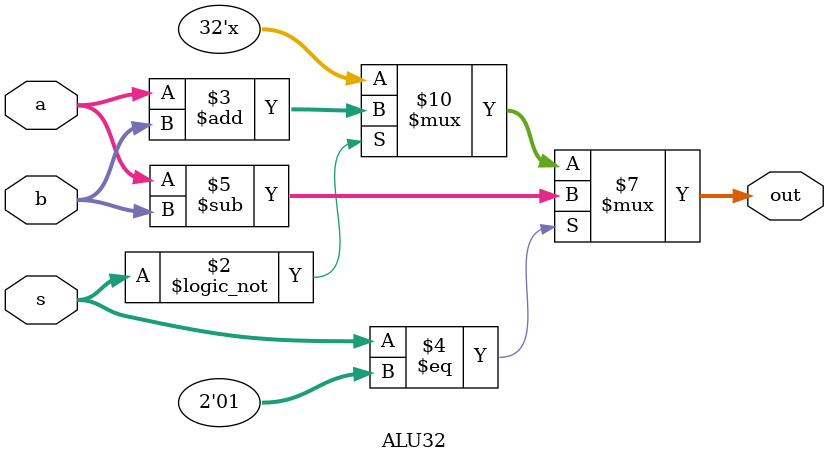
<source format=v>


module TOP(clk,rst);
	input clk;
	input rst;
	wire squash = 0;
	wire stall = 0;
	
	defparam pc.N = 32;
	defparam feIdLatch.N = 64; //PC + isn
	defparam idExLatch.N = 32+13+3+32*3+32; //PC + cntl + Z + Rxyz + imm
	defparam exMemLatch.N = 13+3+32+32;
	defparam memWbLatch.N = 13+32+32+3;
	//fetch unit
	wire [31:0] pcAddressOut,addressIn,address_Mem,data_Out_Mem,pc_FE_Out,isn_FE_Out;
	wire [31:0] pc_Out_ID,Rz_Out_ID,Ry_Out_ID,Rx_Out_ID,imm32_Out_ID;
	RegisterN pc(addressIn,clk,rst,pcAddressOut);
	ALU32 nextPCIncrementor(pcAddressOut, 4, 0, addressIn);
	
	LatchN feIdLatch({pcAddressOut,data_Out_Mem},{pc_FE_Out,isn_FE_Out} ,clk,stall,squash);
	
	wire [12:0] cntrl_Out_ID,cntrl_In_EX,cntrl_Out_EX,cntrl_Out_MEM,cntrl_In_MEM,cntrl_In_WB;
	wire [2:0] Z_Out_ID,Z_In_EX,Z_Out_EX,Z_In_MEM,Z_Out_MEM,Z_In_WB,Z_Out_WB;
	wire [31:0] pc_In_EX,Rz_In_EX,Ry_In_EX,Rx_In_EX,imm32_In_EX,Rz_Out_EX,alu_Out_EX,Rz_In_MEM,alu_In_MEM;
	wire [31:0] JmpAddr,StData,alu_Out_MEM,alu_In_WB,Mem_Result_In_WB,Mem_Result,data_Out_WB;
	wire regWE;
	IDStage id(pc_FE_Out,isn_FE_Out[31],isn_FE_Out[30:28],isn_FE_Out[27:22],isn_FE_Out[21:19],isn_FE_Out[18:16],isn_FE_Out[2:0],isn_FE_Out[15:0],isn_FE_Out[21:0],regWE,Z_Out_WB,data_Out_WB,pc_Out_ID,cntrl_Out_ID,Z_Out_ID,Rz_Out_ID,Ry_Out_ID,Rx_Out_ID,imm32_Out_ID);
	//           pc          p              preg                op               z                  y	              x                 imm16              imm22
	
	LatchN idExLatch({pc_Out_ID,cntrl_Out_ID,Z_Out_ID,Rz_Out_ID,Ry_Out_ID,Rx_Out_ID,imm32_Out_ID},{pc_In_EX,cntrl_In_EX,Z_In_EX,Rz_In_EX,Ry_In_EX,Rx_In_EX,imm32_In_EX},clk,stall,squash);
	
	EXStage exStage(pc_In_EX,cntrl_In_EX,Z_In_EX,Rz_In_EX,Ry_In_EX,Rx_In_EX,imm32_In_EX,cntrl_Out_EX,Z_Out_EX,Rz_Out_EX,alu_Out_EX);
	
	LatchN exMemLatch({cntrl_Out_EX,Z_Out_EX,Rz_Out_EX,alu_Out_EX},{cntrl_In_MEM,Z_In_MEM,Rz_In_MEM,alu_In_MEM},clk,stall,squash);
	
	MEMStage memStage(cntrl_In_MEM,Z_In_MEM,Rz_In_MEM,alu_In_MEM,JmpAddr,StData,Z_Out_MEM,alu_Out_MEM,NextPCOrJmp,MemOp,MemWrite,IsnOrMem,Stall,cntrl_Out_MEM);
	
	LatchN memWbLatch({cntrl_Out_MEM,alu_Out_MEM,Mem_Result,Z_Out_MEM},{cntrl_In_WB,alu_In_WB,Mem_Result_In_WB,Z_In_WB},clk,stall,squash);
	
	WBStage wbStage(cntrl_In_WB,alu_In_WB,Mem_Result_In_WB,Z_In_WB,data_Out_WB,Z_Out_WB,regWE);
	
	//memory
	TwoToOneMux32 IsnOrMemSelector(pcAddressOut,0,0,address_Mem);
	Memory4KB memory(rst,0,address_Mem,0,data_Out_Mem);
	OneToTwoMux32 isnMemDemux(data_Out_Mem,inst_Mem,Mem_Result,IsnOrMem);
	
	
	
	
	/*wire [31:0] pcOut, pcAdderOut,addressIn;
	
	
	Register32B pc(addressIn,clk,rst,pcOut);
	ALU32 pcAdder(pcOut,4,0,pcAdderOut);
	
	TwoToOneMux32 pcOrJmpMux(pcAdderOut,JmpAddr_Out_MEM,NextPCOrJmp_Out_MEM,addressIn);
	
	wire [31:0]instOut_feId;
	FeIdLatch feIdLatch(pcOut,inst_Mem,pcOut_feId,instOut_feId,clk,stall,squash);
	
	
	
	IDStage idStage(pcOut_feId,instOut_feId[30:28],instOut_feId[27:22],instOut_feId[21:19],instOut_feId[18:16],instOut_feId[2:0],instOut_feId[15:0],instOut_feId[21:0],regWrite,Z_Out,data_Out,pc_Out_ID,cntrl_Out_ID,Z_Out_ID,Rz_Out_ID,Ry_Out_ID,Rx_Out_ID,imm32_Out_ID);
	//                               preg                     op               z                     y	             x                 imm16              imm22
	  
	IdExLatch idExLatch(pc_Out_ID,cntrl_Out_ID,Z_Out_ID,Rz_ID,Ry_ID,Rx_ID,imm32_ID,pc_In_EX,cntrl_In_EX,Z_In_EX,Rz_In_EX,Ry_In_EX,Rx_In_EX,imm32_In_EX,clk,stall,squash);
	
	EXStage exStage(pc_In_EX,cntrl_In_EX,Z_In_EX,Rz_In_EX,Ry_In_EX,Rx_In_EX,imm32_In_EX,alu_Out_EX,Rz_Out_EX,Z_Out_EX,cntrl_Out_EX);
	
	ExMemLatch exMemLatch(alu_Out_EX,Rz_Out_EX,Z_Out_EX,cntrl_Out_EX,alu_In_MEM,Rz_In_MEM,Z_In_MEM,cntrl_In_MEM,clk,stall,squash);
	
	MEMStage memStage(alu_In_MEM,Rz_In_MEM,Z_In_MEM,cntrl_In_MEM,JmpAddr_Out_MEM,StData_Out_MEM,Z_Out_MEM,alu_Out_MEM,NextPCOrJmp_Out_MEM,MemOp_Out_MEM,MemWrite_Out_MEM,IsnOrMem_Out_MEM,Stall_Out_MEM,cntrl_Out_MEM);

	MemWbLatch memWbLatch(cntrl_Out_MEM,alu_Out_MEM,Mem_Result,Z_Out_MEM,cntrl_In_WB,alu_In_WB,mem_In_WB,Z_In_WB,clk,stall,squash);
	
	 WBStage wbStage(cntrl_In_WB,alu_In_WB,mem_In_WB,Z_In_WB,data_Out,Z_Out,regWrite);
	
	//memory
	TwoToOneMux32 IsnOrMemSelector(pcOut,alu_Out_MEM,MemOp_Out_MEM,address_Mem);
	Memory4KB memory(clk,MemWrite_Out_MEM,address_Mem,StData_Out_MEM,data_Out_Mem);
	OneToTwoMux32 isnMemDemux(data_Out_Mem,inst_Mem,Mem_Result,IsnOrMem_Out_MEM);
	*/
endmodule

module WBStage(cntrl,alu,mem,Z,data_Out,Z_Out,regWrite);
	input [31:0] alu,mem;
	input [2:0] Z;
	input [12:0] cntrl;
	
	output [2:0] Z_Out;
	output [31:0] data_Out;
	output regWrite;
	
	TwoToOneMux32 ALUOrMemSelector(alu,mem,cntrl[1],data_Out);
	assign Z_Out = Z;
	assign regWrite = cntrl[0];
endmodule


module MEMStage(cntrl,Z,Rz,alu,JmpAddr,StData,Z_Out,alu_Out,NextPCOrJmp,MemOp,MemWrite,IsnOrMem,Stall,cntrl_Out);
  input [31:0] alu,Rz;
	input [2:0] Z;
	input [12:0] cntrl;
	
	output [31:0] JmpAddr,StData,alu_Out;
	output [2:0] Z_Out;
	output [12:0] cntrl_Out;
	output NextPCOrJmp,MemOp,MemWrite,IsnOrMem,Stall;
	
	wire [31:0] JmpData;
	OneToTwoMux32 jumpOrSt(Rz,JmpData,StData,cntrl[2]);
	TwoToOneMux32 jmprOrJmpi(JmpData,alu_Out,cntrl[3],JmpAddr);
	
	assign Z_Out = Z;
	assign alu_Out = alu;
	assign NextPCOrJmp = cntrl[8];
	assign MemOp = cntrl[6];
	assign MemWrite = cntrl[5];
	assign IsnOrMem = cntrl[4];
	assign Stall =  cntrl[7];
	assign cntrl_Out = cntrl;
endmodule

module EXStage(pc,cntrl,Z,Rz,Ry,Rx,imm32,cntrl_Out,Z_Out,Rz_Out,alu_Out);
  input [31:0] pc,Rz,Ry,Rx,imm32;
	input [2:0] Z;
	input [12:0] cntrl;
	
	output [12:0] cntrl_Out;
	output [2:0] Z_Out;
	output [31:0] Rz_Out;
	output [31:0] alu_Out;
	wire [31:0] topMux,botMux;
	
	
	TwoToOneMux32 pcOrRy(pc,Ry,cntrl[11],topMux);
	TwoToOneMux32 RxOrImm(Rx,imm32,cntrl[10],botMux);
	ALU32 mainALU(topMux, botMux, {2{cntrl[9]}}, alu_Out);
	
  assign Rz_Out = Rz;
	assign Z_Out = Z;
	assign cntrl_Out = cntrl;
	
endmodule

module IDStage (pc,p,preg,op,z,y,x,imm16,imm22,regWE,RzWE,data,pc_Out,cntrl_Out,Z_Out,Rz_Out,Ry_Out,Rx_Out,imm32_Out);
  input [31:0] pc;
  input p;
  input [2:0] preg;
  input [5:0] op;
	input [2:0] x,y,z;
	input [15:0] imm16;
	input [21:0] imm22;
	
	input regWE;
	input [2:0] RzWE;
	input [31:0] data;
	
	output [31:0] pc_Out,Rz_Out,Ry_Out,Rx_Out,imm32_Out;
	output [2:0] Z_Out;
	output [12:0] cntrl_Out;

  OpControl opcntrl(op,cntrl_Out);
  
  RegFile registerFile(regWE,RzWE,data,z,y,x,Rz_Out,Ry_Out,Rx_Out);

  wire [31:0] imm16Sexted,imm22Sexted;
  
  //TODO add support for predication -- not implemented because no relevant instructions in ISA.
  
  Sext16to32 sext16(imm16,imm16Sexted);
	Sext22to32 sext22(imm22,imm22Sexted);
	TwoToOneMux32 immMux(imm16Sexted,imm22Sexted,cntrl_Out[12],imm32_Out);

  assign pc_Out = pc;
	assign Z_Out = z;
endmodule
/*module IDStage(pc,preg,op,z,y,x,imm16,imm22,regWE,RzWE,data,pc_Out,cntrl_Out,Z_Out,Rz_Out,Ry_Out,Rx_Out,imm32_Out);
	input [31:0] pc;
	input [2:0] preg;
	input [5:0] op;
	input [2:0] x,y,z;
	input [15:0] imm16;
	input [21:0] imm22;
	
	input regWE;
	input [2:0] RzWE;
	input [31:0] data;
	
	
	output [31:0] pc_Out,Rz_Out,Ry_Out,Rx_Out,imm32_Out;
	output [2:0] Z_Out;
	output [12:0] cntrl_Out;
	
	OpControl opcntrl(op,cntrl_Out);
	
	
	regFile registerFile(clk,regWE,RzWE,data,z,y,x,Rz_Out,Ry_Out,Rx_Out);
	
	Sext16to32 sext16(imm16,imm16Sexted);
	Sext22to32 sext22(imm22,imm22Sexted);
	TwoToOneMux32 immMux(imm16Sexted,imm22Sexted,cntrl_Out[12],imm32_Out);
	
	
	
	assign pc_Out = pc;
	assign Z_Out = z;
endmodule

module EXStage(pc,cntrl,Z,Rz,Ry,Rx,imm32,alu_Out,Rz_Out,Z_Out,cntrl_Out);
	input [31:0] pc,Rz,Ry,Rx,imm32;
	input [2:0] Z;
	input [12:0] cntrl;
	
	output [31:0] alu_Out,Rz_Out;
	output [2:0] Z_Out;
	output [12:0] cntrl_Out;
	
	TwoToOneMux32 pcOrRy(pc,Ry,cntrl[11],topMux);
	TwoToOneMux32 RxOrImm(Rx,imm,cntrl[10],botMux);
	ALU32 mainALU(topMux, botMux, cntrl[10], alu_Out);
	
   assign Rz_Out = Rz;
	assign Z_Out = Z;
	assign cntrl_Out = cntrl;
	
	
endmodule

module MEMStage(alu,Rz,Z,cntrl,JmpAddr,StData,Z_Out,alu_Out,NextPCOrJmp,MemOp,MemWrite,IsnOrMem,Stall,cntrl_Out);
	input [31:0] alu,Rz;
	input [2:0] Z;
	input [12:0] cntrl;
	
	output [31:0] JmpAddr,StData,alu_Out;
	output [2:0] Z_Out;
	output [12:0] cntrl_Out;
	output NextPCOrJmp,MemOp,MemWrite,IsnOrMem,Stall;
	
	OneToTwoMux32 jmprOrStAddrSelector(Rz,JmprAddr,StData,cntrl[2]);
	TwoToOneMux32 JmprOrJmpiSelector(JmprAddr,alu,cntrl[3],JmpAddr);
	
	
	assign NextPCOrJmp = cntrl[8];
	assign MemOp = cntrl[6];   
	assign MemWrite =	cntrl[5];
	assign IsnOrMem = cntrl[4];
	assign Stall = cntrl[7];
	assign Z_Out = Z;
	assign alu_Out = alu;
	assign cntrl_Out = cntrl;
	
endmodule*/



module OpControl(op,cntrl_Out);
	input [5:0] op;
	
	reg [12:0] cntrl;
	output [12:0] cntrl_Out;
	
	always @(*)
	begin
		if(op  == 6'h14) // addi
		begin //0110000000001
		cntrl[12] <= 0;  //16or22imm
		cntrl[11] <= 1;  //PC/Ry
		cntrl[10] <= 1;  //Rx/Imm
		cntrl[9] <= 0;   //ALUOp (there's only 2 possible right now...? A+B, A-B ?)
		cntrl[8] <= 0;	  //NextPC/Jmp
		cntrl[7] <= 0;   //Stall
		cntrl[6] <= 0;   //MemOp
		cntrl[5] <= 0;   //MemWrite
		cntrl[4] <= 0;   //IsnOrMem
		cntrl[3] <= 0;   //Jmpr/Jmpi
		cntrl[2] <= 0;   //Jmpr/St
		cntrl[1] <= 0;   //Alu/Mem
		cntrl[0] <= 1;   //RegWrite
		end
		else if (op == 6'h0a) //add
		begin //0100000000001
		cntrl[12] <= 0;  //16or22imm
		cntrl[11] <= 1;  //PC/Ry
		cntrl[10] <= 0;  //Rx/Imm
		cntrl[9] <= 0;   //ALUOp
		cntrl[8] <= 0;	  //NextPC/Jmp
		cntrl[7] <= 0;   //Stall
		cntrl[6] <= 0;   //MemOp
		cntrl[5] <= 0;   //MemWrite
		cntrl[4] <= 0;   //IsnOrMem
		cntrl[3] <= 0;   //Jmpr/Jmpi
		cntrl[2] <= 0;   //Jmpr/St
		cntrl[1] <= 0;   //Alu/Mem
		cntrl[0] <= 1;   //RegWrite
		end
		else if (op == 2) //subi
		begin //0111000000001
		cntrl[12] <= 0;  //16or22imm
		cntrl[11] <= 1;  //PC/Ry
		cntrl[10] <= 1;  //Rx/Imm
		cntrl[9] <= 1;   //ALUOp
		cntrl[8] <= 0;	  //NextPC/Jmp
		cntrl[7] <= 0;   //Stall
		cntrl[6] <= 0;   //MemOp
		cntrl[5] <= 0;   //MemWrite
		cntrl[4] <= 0;   //IsnOrMem
		cntrl[3] <= 0;   //Jmpr/Jmpi
		cntrl[2] <= 0;   //Jmpr/St
		cntrl[1] <= 0;   //Alu/Mem
		cntrl[0] <= 1;   //RegWrite
		end
		else if (op == 6'h0b) //sub
		begin //0101000000001
		cntrl[12] <= 0;  //16or22imm
		cntrl[11] <= 1;  //PC/Ry
		cntrl[10] <= 0;  //Rx/Imm
		cntrl[9] <= 1;   //ALUOp
		cntrl[8] <= 0;	  //NextPC/Jmp
		cntrl[7] <= 0;   //Stall
		cntrl[6] <= 0;   //MemOp
		cntrl[5] <= 0;   //MemWrite
		cntrl[4] <= 0;   //IsnOrMem
		cntrl[3] <= 0;   //Jmpr/Jmpi
		cntrl[2] <= 0;   //Jmpr/St
		cntrl[1] <= 0;   //Alu/Mem
		cntrl[0] <= 1;   //RegWrite
		end
		else if (op == 4) //jmpi
		begin //1010100001000
		cntrl[12] <= 1;  //16or22imm
		cntrl[11] <= 0;  //PC/Ry
		cntrl[10] <= 1;  //Rx/Imm
		cntrl[9] <= 0;   //ALUOp
		cntrl[8] <= 1;	  //NextPC/Jmp
		cntrl[7] <= 0;   //Stall
		cntrl[6] <= 0;   //MemOp
		cntrl[5] <= 0;   //MemWrite
		cntrl[4] <= 0;   //IsnOrMem
		cntrl[3] <= 1;   //Jmpr/Jmpi
		cntrl[2] <= 0;   //Jmpr/St
		cntrl[1] <= 0;   //Alu/Mem
		cntrl[0] <= 0;   //RegWrite
		end
		else if (op == 5) //jmpr
		begin //0000100000000
		cntrl[12] <= 0;  //16or22imm
		cntrl[11] <= 0;  //PC/Ry
		cntrl[10] <= 0;  //Rx/Imm
		cntrl[9] <= 0;   //ALUOp
		cntrl[8] <= 1;	  //NextPC/Jmp
		cntrl[7] <= 0;   //Stall
		cntrl[6] <= 0;   //MemOp
		cntrl[5] <= 0;   //MemWrite
		cntrl[4] <= 0;   //IsnOrMem
		cntrl[3] <= 0;   //Jmpr/Jmpi
		cntrl[2] <= 0;   //Jmpr/St
		cntrl[1] <= 0;   //Alu/Mem
		cntrl[0] <= 0;   //RegWrite
		end
		else if (op == 6) //St
		begin //0110011110110
		cntrl[12] <= 0;  //16or22imm
		cntrl[11] <= 1;  //PC/Ry
		cntrl[10] <= 1;  //Rx/Imm
		cntrl[9] <= 0;   //ALUOp
		cntrl[8] <= 0;	  //NextPC/Jmp
		cntrl[7] <= 1;   //Stall
		cntrl[6] <= 1;   //MemOp
		cntrl[5] <= 1;   //MemWrite
		cntrl[4] <= 1;   //IsnOrMem
		cntrl[3] <= 0;   //Jmpr/Jmpi
		cntrl[2] <= 1;   //Jmpr/St
		cntrl[1] <= 1;   //Alu/Mem
		cntrl[0] <= 0;   //RegWrite
		end
		else if (op == 7) //ld
		begin //0110011010011
		cntrl[12] <= 0;  //16or22imm
		cntrl[11] <= 1;  //PC/Ry
		cntrl[10] <= 1;  //Rx/Imm
		cntrl[9] <= 0;   //ALUOp
		cntrl[8] <= 0;	  //NextPC/Jmp
		cntrl[7] <= 1;   //Stall
		cntrl[6] <= 1;   //MemOp
		cntrl[5] <= 0;   //MemWrite
		cntrl[4] <= 1;   //IsnOrMem
		cntrl[3] <= 0;   //Jmpr/Jmpi
		cntrl[2] <= 0;   //Jmpr/St
		cntrl[1] <= 1;   //Alu/Mem
		cntrl[0] <= 1;   //RegWrite
		end
		else // noop
		begin
		cntrl[12] <= 0;  //16or22imm
		cntrl[11] <= 0;  //PC/Ry
		cntrl[10] <= 0;  //Rx/Imm
		cntrl[9] <= 0;   //ALUOp (there's only 2 possible right now...? A+B, A-B ?)
		cntrl[8] <= 0;	  //NextPC/Jmp
		cntrl[7] <= 0;   //Stall
		cntrl[6] <= 0;   //MemOp
		cntrl[5] <= 0;   //MemWrite
		cntrl[4] <= 0;   //IsnOrMem
		cntrl[3] <= 0;   //Jmpr/Jmpi
		cntrl[2] <= 0;   //Jmpr/St
		cntrl[1] <= 0;   //Alu/Mem
		cntrl[0] <= 0;   //RegWrite
		end
	end
	assign cntrl_Out = cntrl;
	
endmodule

module HW2Thing(inA,inB,muxAOp,muxBOp,s,clk,O);
	input [15:0] inB;
	input [15:0] inA;
	input muxAOp,muxBOp;
	input [1:0] s;
	input clk;
	output [15:0] O;
	
	wire [15:0] aluOut;
	wire [15:0] aluinB;
	wire [15:0] aluinA;
	
	ALU alu(aluinA,aluinB,s,aluOut);
	
	wire [15:0] regOut;
	sixteenBitRegister register(aluOut,clk,regOut);

	sixteenBitTwoToOneMux muxA(inA,regOut,muxAOp,aluinA);
	sixteenBitTwoToOneMux muxB(inB,regOut,muxBOp,aluinB);
	
	assign O=aluOut;
endmodule

module ALU32 (a, b, s, out);
	input [31:0] a;
	input [31:0] b;
	input [1:0] s;
	output reg [31:0] out;
	
	always@(a or b or s) begin
		if(s == 2'b00) begin //add
			out = a+b;
		end
		if(s == 2'b01) begin
		  out = a-b;
		end
	end
	
endmodule


/*module ALU16 (a, b, s, out);
	input [15:0] a;
	input [15:0] b;
	input [1:0] s;
	output [15:0] out;
	
	wire Cout0,Cout1,Cout2,Cout3,Cout4,Cout5,Cout6,Cout7,Cout8,Cout9,Cout10,Cout11,Cout12,Cout13,Cout14,Cout15;
	singleBitALU alu0(a[0],b[0],1'b0,s,Cout0,out[0]);
	singleBitALU alu1(a[1],b[1],Cout0,s,Cout1,out[1]);
	singleBitALU alu2(a[2],b[2],Cout1,s,Cout2,out[2]);
	singleBitALU alu3(a[3],b[3],Cout2,s,Cout3,out[3]);
	singleBitALU alu4(a[4],b[4],Cout3,s,Cout4,out[4]);
	singleBitALU alu5(a[5],b[5],Cout4,s,Cout5,out[5]);
	singleBitALU alu6(a[6],b[6],Cout5,s,Cout6,out[6]);
	singleBitALU alu7(a[7],b[7],Cout6,s,Cout7,out[7]);
	singleBitALU alu8(a[8],b[8],Cout7,s,Cout8,out[8]);
	singleBitALU alu9(a[9],b[9],Cout8,s,Cout9,out[9]);
	singleBitALU alu10(a[10],b[10],Cout9,s,Cout10,out[10]);
	singleBitALU alu11(a[11],b[11],Cout10,s,Cout11,out[11]);
	singleBitALU alu12(a[12],b[12],Cout11,s,Cout12,out[12]);
	singleBitALU alu13(a[13],b[13],Cout12,s,Cout13,out[13]);
	singleBitALU alu14(a[14],b[14],Cout13,s,Cout14,out[14]);
	singleBitALU alu15(a[15],b[15],Cout14,s,Cout15,out[15]);
	
endmodule

module ALU32 (a, b, s, out);
	input [31:0] a;
	input [31:0] b;
	input [1:0] s;
	output [31:0] out;
	
	wire Cout0,Cout1,Cout2,Cout3,Cout4,Cout5,Cout6,Cout7,Cout8,Cout9,Cout10,Cout11,Cout12,Cout13,Cout14,Cout15;
	wire Cout16,Cout17,Cout18,Cout19,Cout20,Cout21,Cout22,Cout23,Cout24,Cout25,Cout26,Cout27,Cout28,Cout29,Cout30,Cout31;
	singleBitALU alu0(a[0],b[0],1'b0,s,Cout0,out[0]);
	singleBitALU alu1(a[1],b[1],Cout0,s,Cout1,out[1]);
	singleBitALU alu2(a[2],b[2],Cout1,s,Cout2,out[2]);
	singleBitALU alu3(a[3],b[3],Cout2,s,Cout3,out[3]);
	singleBitALU alu4(a[4],b[4],Cout3,s,Cout4,out[4]);
	singleBitALU alu5(a[5],b[5],Cout4,s,Cout5,out[5]);
	singleBitALU alu6(a[6],b[6],Cout5,s,Cout6,out[6]);
	singleBitALU alu7(a[7],b[7],Cout6,s,Cout7,out[7]);
	singleBitALU alu8(a[8],b[8],Cout7,s,Cout8,out[8]);
	singleBitALU alu9(a[9],b[9],Cout8,s,Cout9,out[9]);
	singleBitALU alu10(a[10],b[10],Cout9,s, Cout10,out[10]);
	singleBitALU alu11(a[11],b[11],Cout10,s,Cout11,out[11]);
	singleBitALU alu12(a[12],b[12],Cout11,s,Cout12,out[12]);
	singleBitALU alu13(a[13],b[13],Cout12,s,Cout13,out[13]);
	singleBitALU alu14(a[14],b[14],Cout13,s,Cout14,out[14]);
	singleBitALU alu15(a[15],b[15],Cout14,s,Cout15,out[15]);
	singleBitALU alu16(a[16],b[16],Cout15,s,Cout16,out[16]);
	singleBitALU alu17(a[17],b[17],Cout16,s,Cout17,out[17]);
	singleBitALU alu18(a[18],b[18],Cout17,s,Cout18,out[18]);
	singleBitALU alu19(a[19],b[19],Cout18,s,Cout19,out[19]);
	singleBitALU alu20(a[20],b[20],Cout19,s,Cout20,out[20]);
	singleBitALU alu21(a[21],b[21],Cout20,s,Cout21,out[21]);
	singleBitALU alu22(a[22],b[22],Cout21,s,Cout22,out[22]);
	singleBitALU alu23(a[23],b[23],Cout22,s,Cout23,out[23]);
	singleBitALU alu24(a[24],b[24],Cout23,s,Cout24,out[24]);
	singleBitALU alu25(a[25],b[25],Cout24,s,Cout25,out[25]);
	singleBitALU alu26(a[26],b[26],Cout25,s,Cout26,out[26]);
	singleBitALU alu27(a[27],b[27],Cout26,s,Cout27,out[27]);
	singleBitALU alu28(a[28],b[28],Cout27,s,Cout28,out[28]);
	singleBitALU alu29(a[29],b[29],Cout28,s,Cout29,out[29]);
	singleBitALU alu30(a[30],b[30],Cout29,s,Cout30,out[30]);
	singleBitALU alu31(a[31],b[31],Cout30,s,Cout31,out[31]);
	
	
endmodule

module singleBitALU(A,B,Cin,s,Cout,O);
	input A,B,Cin;
	input [1:0] s;
	output Cout,O;
	
	//A+B+Cin
	wire adderOut,adderCout,adderCoutFiltered;
	singleBitFullAdder adder(A,B,Cin,adderCout,adderOut);
	//make sure Cin only outputs when addition is selected
	wire s1Neg,s0Neg;
	nand adderNand1(s1Neg,s[1],s[1]);
	nand adderNand2(s0Neg,s[0],s[0]);
	threeWayAnd adderThreeWayAnd(adderCout,s1Neg,s0Neg,adderCoutFiltered);
	
	//A & B
	wire andOut1,andOut2;
	nand andNand1(andOut1,A,B);
	nand andNand2(andOut2,andOut1,andOut1);
	
	//~B
	wire notOut;
	nand notNand1(notOut,B,B);
	
	
	//mux output together
	wire muxOut;
	fourToOneMux test(adderOut,andOut2,A,notOut,s[1],s[0],muxOut);
	
	assign O=muxOut;
	assign Cout=adderCoutFiltered;
	
endmodule)*/
		
	
</source>
